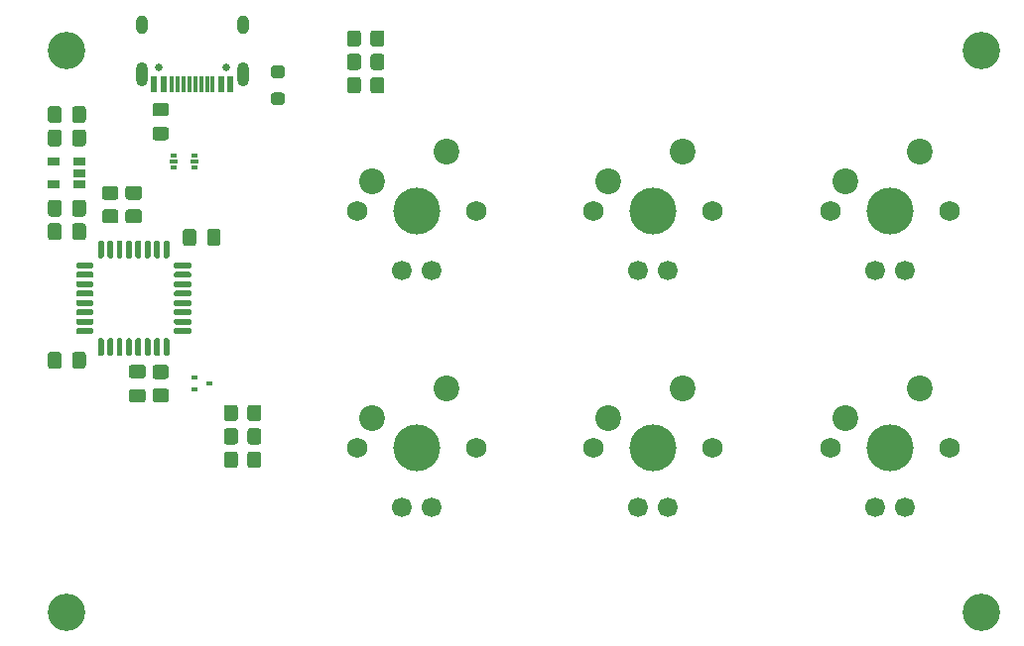
<source format=gbr>
%TF.GenerationSoftware,KiCad,Pcbnew,5.1.10*%
%TF.CreationDate,2021-10-11T19:57:22-04:00*%
%TF.ProjectId,6_key_macro,365f6b65-795f-46d6-9163-726f2e6b6963,rev?*%
%TF.SameCoordinates,Original*%
%TF.FileFunction,Soldermask,Top*%
%TF.FilePolarity,Negative*%
%FSLAX46Y46*%
G04 Gerber Fmt 4.6, Leading zero omitted, Abs format (unit mm)*
G04 Created by KiCad (PCBNEW 5.1.10) date 2021-10-11 19:57:22*
%MOMM*%
%LPD*%
G01*
G04 APERTURE LIST*
%ADD10C,1.690600*%
%ADD11C,2.200000*%
%ADD12C,1.750000*%
%ADD13C,4.000000*%
%ADD14R,1.060000X0.650000*%
%ADD15R,0.510000X0.400000*%
%ADD16C,3.200000*%
%ADD17R,0.500000X0.375000*%
%ADD18R,0.650000X0.300000*%
%ADD19R,0.600000X1.450000*%
%ADD20R,0.300000X1.450000*%
%ADD21O,1.000000X2.100000*%
%ADD22C,0.650000*%
%ADD23O,1.000000X1.600000*%
G04 APERTURE END LIST*
D10*
%TO.C,SW4*%
X110805000Y-157525000D03*
X108265000Y-157525000D03*
D11*
X112075000Y-147365000D03*
X105725000Y-149905000D03*
D12*
X114615000Y-152445000D03*
X104455000Y-152445000D03*
D13*
X109535000Y-152445000D03*
%TD*%
D14*
%TO.C,U3*%
X58400000Y-129950000D03*
X58400000Y-128050000D03*
X60600000Y-128050000D03*
X60600000Y-129000000D03*
X60600000Y-129950000D03*
%TD*%
%TO.C,R9*%
G36*
G01*
X74100000Y-153049999D02*
X74100000Y-153950001D01*
G75*
G02*
X73850001Y-154200000I-249999J0D01*
G01*
X73149999Y-154200000D01*
G75*
G02*
X72900000Y-153950001I0J249999D01*
G01*
X72900000Y-153049999D01*
G75*
G02*
X73149999Y-152800000I249999J0D01*
G01*
X73850001Y-152800000D01*
G75*
G02*
X74100000Y-153049999I0J-249999D01*
G01*
G37*
G36*
G01*
X76100000Y-153049999D02*
X76100000Y-153950001D01*
G75*
G02*
X75850001Y-154200000I-249999J0D01*
G01*
X75149999Y-154200000D01*
G75*
G02*
X74900000Y-153950001I0J249999D01*
G01*
X74900000Y-153049999D01*
G75*
G02*
X75149999Y-152800000I249999J0D01*
G01*
X75850001Y-152800000D01*
G75*
G02*
X76100000Y-153049999I0J-249999D01*
G01*
G37*
%TD*%
%TO.C,R8*%
G36*
G01*
X84600000Y-117049999D02*
X84600000Y-117950001D01*
G75*
G02*
X84350001Y-118200000I-249999J0D01*
G01*
X83649999Y-118200000D01*
G75*
G02*
X83400000Y-117950001I0J249999D01*
G01*
X83400000Y-117049999D01*
G75*
G02*
X83649999Y-116800000I249999J0D01*
G01*
X84350001Y-116800000D01*
G75*
G02*
X84600000Y-117049999I0J-249999D01*
G01*
G37*
G36*
G01*
X86600000Y-117049999D02*
X86600000Y-117950001D01*
G75*
G02*
X86350001Y-118200000I-249999J0D01*
G01*
X85649999Y-118200000D01*
G75*
G02*
X85400000Y-117950001I0J249999D01*
G01*
X85400000Y-117049999D01*
G75*
G02*
X85649999Y-116800000I249999J0D01*
G01*
X86350001Y-116800000D01*
G75*
G02*
X86600000Y-117049999I0J-249999D01*
G01*
G37*
%TD*%
%TO.C,R7*%
G36*
G01*
X84600000Y-119049999D02*
X84600000Y-119950001D01*
G75*
G02*
X84350001Y-120200000I-249999J0D01*
G01*
X83649999Y-120200000D01*
G75*
G02*
X83400000Y-119950001I0J249999D01*
G01*
X83400000Y-119049999D01*
G75*
G02*
X83649999Y-118800000I249999J0D01*
G01*
X84350001Y-118800000D01*
G75*
G02*
X84600000Y-119049999I0J-249999D01*
G01*
G37*
G36*
G01*
X86600000Y-119049999D02*
X86600000Y-119950001D01*
G75*
G02*
X86350001Y-120200000I-249999J0D01*
G01*
X85649999Y-120200000D01*
G75*
G02*
X85400000Y-119950001I0J249999D01*
G01*
X85400000Y-119049999D01*
G75*
G02*
X85649999Y-118800000I249999J0D01*
G01*
X86350001Y-118800000D01*
G75*
G02*
X86600000Y-119049999I0J-249999D01*
G01*
G37*
%TD*%
%TO.C,R6*%
G36*
G01*
X74100000Y-151049999D02*
X74100000Y-151950001D01*
G75*
G02*
X73850001Y-152200000I-249999J0D01*
G01*
X73149999Y-152200000D01*
G75*
G02*
X72900000Y-151950001I0J249999D01*
G01*
X72900000Y-151049999D01*
G75*
G02*
X73149999Y-150800000I249999J0D01*
G01*
X73850001Y-150800000D01*
G75*
G02*
X74100000Y-151049999I0J-249999D01*
G01*
G37*
G36*
G01*
X76100000Y-151049999D02*
X76100000Y-151950001D01*
G75*
G02*
X75850001Y-152200000I-249999J0D01*
G01*
X75149999Y-152200000D01*
G75*
G02*
X74900000Y-151950001I0J249999D01*
G01*
X74900000Y-151049999D01*
G75*
G02*
X75149999Y-150800000I249999J0D01*
G01*
X75850001Y-150800000D01*
G75*
G02*
X76100000Y-151049999I0J-249999D01*
G01*
G37*
%TD*%
%TO.C,R5*%
G36*
G01*
X84600000Y-121049999D02*
X84600000Y-121950001D01*
G75*
G02*
X84350001Y-122200000I-249999J0D01*
G01*
X83649999Y-122200000D01*
G75*
G02*
X83400000Y-121950001I0J249999D01*
G01*
X83400000Y-121049999D01*
G75*
G02*
X83649999Y-120800000I249999J0D01*
G01*
X84350001Y-120800000D01*
G75*
G02*
X84600000Y-121049999I0J-249999D01*
G01*
G37*
G36*
G01*
X86600000Y-121049999D02*
X86600000Y-121950001D01*
G75*
G02*
X86350001Y-122200000I-249999J0D01*
G01*
X85649999Y-122200000D01*
G75*
G02*
X85400000Y-121950001I0J249999D01*
G01*
X85400000Y-121049999D01*
G75*
G02*
X85649999Y-120800000I249999J0D01*
G01*
X86350001Y-120800000D01*
G75*
G02*
X86600000Y-121049999I0J-249999D01*
G01*
G37*
%TD*%
%TO.C,R4*%
G36*
G01*
X74100000Y-149049999D02*
X74100000Y-149950001D01*
G75*
G02*
X73850001Y-150200000I-249999J0D01*
G01*
X73149999Y-150200000D01*
G75*
G02*
X72900000Y-149950001I0J249999D01*
G01*
X72900000Y-149049999D01*
G75*
G02*
X73149999Y-148800000I249999J0D01*
G01*
X73850001Y-148800000D01*
G75*
G02*
X74100000Y-149049999I0J-249999D01*
G01*
G37*
G36*
G01*
X76100000Y-149049999D02*
X76100000Y-149950001D01*
G75*
G02*
X75850001Y-150200000I-249999J0D01*
G01*
X75149999Y-150200000D01*
G75*
G02*
X74900000Y-149950001I0J249999D01*
G01*
X74900000Y-149049999D01*
G75*
G02*
X75149999Y-148800000I249999J0D01*
G01*
X75850001Y-148800000D01*
G75*
G02*
X76100000Y-149049999I0J-249999D01*
G01*
G37*
%TD*%
%TO.C,R3*%
G36*
G01*
X67950001Y-146600000D02*
X67049999Y-146600000D01*
G75*
G02*
X66800000Y-146350001I0J249999D01*
G01*
X66800000Y-145649999D01*
G75*
G02*
X67049999Y-145400000I249999J0D01*
G01*
X67950001Y-145400000D01*
G75*
G02*
X68200000Y-145649999I0J-249999D01*
G01*
X68200000Y-146350001D01*
G75*
G02*
X67950001Y-146600000I-249999J0D01*
G01*
G37*
G36*
G01*
X67950001Y-148600000D02*
X67049999Y-148600000D01*
G75*
G02*
X66800000Y-148350001I0J249999D01*
G01*
X66800000Y-147649999D01*
G75*
G02*
X67049999Y-147400000I249999J0D01*
G01*
X67950001Y-147400000D01*
G75*
G02*
X68200000Y-147649999I0J-249999D01*
G01*
X68200000Y-148350001D01*
G75*
G02*
X67950001Y-148600000I-249999J0D01*
G01*
G37*
%TD*%
D15*
%TO.C,Q1*%
X70355000Y-147500000D03*
X71645000Y-147000000D03*
X70355000Y-146500000D03*
%TD*%
%TO.C,C7*%
G36*
G01*
X59950000Y-134475000D02*
X59950000Y-133525000D01*
G75*
G02*
X60200000Y-133275000I250000J0D01*
G01*
X60875000Y-133275000D01*
G75*
G02*
X61125000Y-133525000I0J-250000D01*
G01*
X61125000Y-134475000D01*
G75*
G02*
X60875000Y-134725000I-250000J0D01*
G01*
X60200000Y-134725000D01*
G75*
G02*
X59950000Y-134475000I0J250000D01*
G01*
G37*
G36*
G01*
X57875000Y-134475000D02*
X57875000Y-133525000D01*
G75*
G02*
X58125000Y-133275000I250000J0D01*
G01*
X58800000Y-133275000D01*
G75*
G02*
X59050000Y-133525000I0J-250000D01*
G01*
X59050000Y-134475000D01*
G75*
G02*
X58800000Y-134725000I-250000J0D01*
G01*
X58125000Y-134725000D01*
G75*
G02*
X57875000Y-134475000I0J250000D01*
G01*
G37*
%TD*%
%TO.C,C6*%
G36*
G01*
X59950000Y-132475000D02*
X59950000Y-131525000D01*
G75*
G02*
X60200000Y-131275000I250000J0D01*
G01*
X60875000Y-131275000D01*
G75*
G02*
X61125000Y-131525000I0J-250000D01*
G01*
X61125000Y-132475000D01*
G75*
G02*
X60875000Y-132725000I-250000J0D01*
G01*
X60200000Y-132725000D01*
G75*
G02*
X59950000Y-132475000I0J250000D01*
G01*
G37*
G36*
G01*
X57875000Y-132475000D02*
X57875000Y-131525000D01*
G75*
G02*
X58125000Y-131275000I250000J0D01*
G01*
X58800000Y-131275000D01*
G75*
G02*
X59050000Y-131525000I0J-250000D01*
G01*
X59050000Y-132475000D01*
G75*
G02*
X58800000Y-132725000I-250000J0D01*
G01*
X58125000Y-132725000D01*
G75*
G02*
X57875000Y-132475000I0J250000D01*
G01*
G37*
%TD*%
%TO.C,C5*%
G36*
G01*
X59050000Y-123525000D02*
X59050000Y-124475000D01*
G75*
G02*
X58800000Y-124725000I-250000J0D01*
G01*
X58125000Y-124725000D01*
G75*
G02*
X57875000Y-124475000I0J250000D01*
G01*
X57875000Y-123525000D01*
G75*
G02*
X58125000Y-123275000I250000J0D01*
G01*
X58800000Y-123275000D01*
G75*
G02*
X59050000Y-123525000I0J-250000D01*
G01*
G37*
G36*
G01*
X61125000Y-123525000D02*
X61125000Y-124475000D01*
G75*
G02*
X60875000Y-124725000I-250000J0D01*
G01*
X60200000Y-124725000D01*
G75*
G02*
X59950000Y-124475000I0J250000D01*
G01*
X59950000Y-123525000D01*
G75*
G02*
X60200000Y-123275000I250000J0D01*
G01*
X60875000Y-123275000D01*
G75*
G02*
X61125000Y-123525000I0J-250000D01*
G01*
G37*
%TD*%
%TO.C,C4*%
G36*
G01*
X59050000Y-125525000D02*
X59050000Y-126475000D01*
G75*
G02*
X58800000Y-126725000I-250000J0D01*
G01*
X58125000Y-126725000D01*
G75*
G02*
X57875000Y-126475000I0J250000D01*
G01*
X57875000Y-125525000D01*
G75*
G02*
X58125000Y-125275000I250000J0D01*
G01*
X58800000Y-125275000D01*
G75*
G02*
X59050000Y-125525000I0J-250000D01*
G01*
G37*
G36*
G01*
X61125000Y-125525000D02*
X61125000Y-126475000D01*
G75*
G02*
X60875000Y-126725000I-250000J0D01*
G01*
X60200000Y-126725000D01*
G75*
G02*
X59950000Y-126475000I0J250000D01*
G01*
X59950000Y-125525000D01*
G75*
G02*
X60200000Y-125275000I250000J0D01*
G01*
X60875000Y-125275000D01*
G75*
G02*
X61125000Y-125525000I0J-250000D01*
G01*
G37*
%TD*%
D10*
%TO.C,SW3*%
X110805000Y-137355000D03*
X108265000Y-137355000D03*
D11*
X112075000Y-127195000D03*
X105725000Y-129735000D03*
D12*
X114615000Y-132275000D03*
X104455000Y-132275000D03*
D13*
X109535000Y-132275000D03*
%TD*%
D10*
%TO.C,SW5*%
X130975000Y-137355000D03*
X128435000Y-137355000D03*
D11*
X132245000Y-127195000D03*
X125895000Y-129735000D03*
D12*
X134785000Y-132275000D03*
X124625000Y-132275000D03*
D13*
X129705000Y-132275000D03*
%TD*%
D10*
%TO.C,SW6*%
X130975000Y-157525000D03*
X128435000Y-157525000D03*
D11*
X132245000Y-147365000D03*
X125895000Y-149905000D03*
D12*
X134785000Y-152445000D03*
X124625000Y-152445000D03*
D13*
X129705000Y-152445000D03*
%TD*%
D10*
%TO.C,SW2*%
X90635000Y-157525000D03*
X88095000Y-157525000D03*
D11*
X91905000Y-147365000D03*
X85555000Y-149905000D03*
D12*
X94445000Y-152445000D03*
X84285000Y-152445000D03*
D13*
X89365000Y-152445000D03*
%TD*%
D10*
%TO.C,SW1*%
X90635000Y-137355000D03*
X88095000Y-137355000D03*
D11*
X91905000Y-127195000D03*
X85555000Y-129735000D03*
D12*
X94445000Y-132275000D03*
X84285000Y-132275000D03*
D13*
X89365000Y-132275000D03*
%TD*%
%TO.C,U1*%
G36*
G01*
X61650000Y-142750000D02*
X60400000Y-142750000D01*
G75*
G02*
X60275000Y-142625000I0J125000D01*
G01*
X60275000Y-142375000D01*
G75*
G02*
X60400000Y-142250000I125000J0D01*
G01*
X61650000Y-142250000D01*
G75*
G02*
X61775000Y-142375000I0J-125000D01*
G01*
X61775000Y-142625000D01*
G75*
G02*
X61650000Y-142750000I-125000J0D01*
G01*
G37*
G36*
G01*
X61650000Y-141950000D02*
X60400000Y-141950000D01*
G75*
G02*
X60275000Y-141825000I0J125000D01*
G01*
X60275000Y-141575000D01*
G75*
G02*
X60400000Y-141450000I125000J0D01*
G01*
X61650000Y-141450000D01*
G75*
G02*
X61775000Y-141575000I0J-125000D01*
G01*
X61775000Y-141825000D01*
G75*
G02*
X61650000Y-141950000I-125000J0D01*
G01*
G37*
G36*
G01*
X61650000Y-141150000D02*
X60400000Y-141150000D01*
G75*
G02*
X60275000Y-141025000I0J125000D01*
G01*
X60275000Y-140775000D01*
G75*
G02*
X60400000Y-140650000I125000J0D01*
G01*
X61650000Y-140650000D01*
G75*
G02*
X61775000Y-140775000I0J-125000D01*
G01*
X61775000Y-141025000D01*
G75*
G02*
X61650000Y-141150000I-125000J0D01*
G01*
G37*
G36*
G01*
X61650000Y-140350000D02*
X60400000Y-140350000D01*
G75*
G02*
X60275000Y-140225000I0J125000D01*
G01*
X60275000Y-139975000D01*
G75*
G02*
X60400000Y-139850000I125000J0D01*
G01*
X61650000Y-139850000D01*
G75*
G02*
X61775000Y-139975000I0J-125000D01*
G01*
X61775000Y-140225000D01*
G75*
G02*
X61650000Y-140350000I-125000J0D01*
G01*
G37*
G36*
G01*
X61650000Y-139550000D02*
X60400000Y-139550000D01*
G75*
G02*
X60275000Y-139425000I0J125000D01*
G01*
X60275000Y-139175000D01*
G75*
G02*
X60400000Y-139050000I125000J0D01*
G01*
X61650000Y-139050000D01*
G75*
G02*
X61775000Y-139175000I0J-125000D01*
G01*
X61775000Y-139425000D01*
G75*
G02*
X61650000Y-139550000I-125000J0D01*
G01*
G37*
G36*
G01*
X61650000Y-138750000D02*
X60400000Y-138750000D01*
G75*
G02*
X60275000Y-138625000I0J125000D01*
G01*
X60275000Y-138375000D01*
G75*
G02*
X60400000Y-138250000I125000J0D01*
G01*
X61650000Y-138250000D01*
G75*
G02*
X61775000Y-138375000I0J-125000D01*
G01*
X61775000Y-138625000D01*
G75*
G02*
X61650000Y-138750000I-125000J0D01*
G01*
G37*
G36*
G01*
X61650000Y-137950000D02*
X60400000Y-137950000D01*
G75*
G02*
X60275000Y-137825000I0J125000D01*
G01*
X60275000Y-137575000D01*
G75*
G02*
X60400000Y-137450000I125000J0D01*
G01*
X61650000Y-137450000D01*
G75*
G02*
X61775000Y-137575000I0J-125000D01*
G01*
X61775000Y-137825000D01*
G75*
G02*
X61650000Y-137950000I-125000J0D01*
G01*
G37*
G36*
G01*
X61650000Y-137150000D02*
X60400000Y-137150000D01*
G75*
G02*
X60275000Y-137025000I0J125000D01*
G01*
X60275000Y-136775000D01*
G75*
G02*
X60400000Y-136650000I125000J0D01*
G01*
X61650000Y-136650000D01*
G75*
G02*
X61775000Y-136775000I0J-125000D01*
G01*
X61775000Y-137025000D01*
G75*
G02*
X61650000Y-137150000I-125000J0D01*
G01*
G37*
G36*
G01*
X62525000Y-136275000D02*
X62275000Y-136275000D01*
G75*
G02*
X62150000Y-136150000I0J125000D01*
G01*
X62150000Y-134900000D01*
G75*
G02*
X62275000Y-134775000I125000J0D01*
G01*
X62525000Y-134775000D01*
G75*
G02*
X62650000Y-134900000I0J-125000D01*
G01*
X62650000Y-136150000D01*
G75*
G02*
X62525000Y-136275000I-125000J0D01*
G01*
G37*
G36*
G01*
X63325000Y-136275000D02*
X63075000Y-136275000D01*
G75*
G02*
X62950000Y-136150000I0J125000D01*
G01*
X62950000Y-134900000D01*
G75*
G02*
X63075000Y-134775000I125000J0D01*
G01*
X63325000Y-134775000D01*
G75*
G02*
X63450000Y-134900000I0J-125000D01*
G01*
X63450000Y-136150000D01*
G75*
G02*
X63325000Y-136275000I-125000J0D01*
G01*
G37*
G36*
G01*
X64125000Y-136275000D02*
X63875000Y-136275000D01*
G75*
G02*
X63750000Y-136150000I0J125000D01*
G01*
X63750000Y-134900000D01*
G75*
G02*
X63875000Y-134775000I125000J0D01*
G01*
X64125000Y-134775000D01*
G75*
G02*
X64250000Y-134900000I0J-125000D01*
G01*
X64250000Y-136150000D01*
G75*
G02*
X64125000Y-136275000I-125000J0D01*
G01*
G37*
G36*
G01*
X64925000Y-136275000D02*
X64675000Y-136275000D01*
G75*
G02*
X64550000Y-136150000I0J125000D01*
G01*
X64550000Y-134900000D01*
G75*
G02*
X64675000Y-134775000I125000J0D01*
G01*
X64925000Y-134775000D01*
G75*
G02*
X65050000Y-134900000I0J-125000D01*
G01*
X65050000Y-136150000D01*
G75*
G02*
X64925000Y-136275000I-125000J0D01*
G01*
G37*
G36*
G01*
X65725000Y-136275000D02*
X65475000Y-136275000D01*
G75*
G02*
X65350000Y-136150000I0J125000D01*
G01*
X65350000Y-134900000D01*
G75*
G02*
X65475000Y-134775000I125000J0D01*
G01*
X65725000Y-134775000D01*
G75*
G02*
X65850000Y-134900000I0J-125000D01*
G01*
X65850000Y-136150000D01*
G75*
G02*
X65725000Y-136275000I-125000J0D01*
G01*
G37*
G36*
G01*
X66525000Y-136275000D02*
X66275000Y-136275000D01*
G75*
G02*
X66150000Y-136150000I0J125000D01*
G01*
X66150000Y-134900000D01*
G75*
G02*
X66275000Y-134775000I125000J0D01*
G01*
X66525000Y-134775000D01*
G75*
G02*
X66650000Y-134900000I0J-125000D01*
G01*
X66650000Y-136150000D01*
G75*
G02*
X66525000Y-136275000I-125000J0D01*
G01*
G37*
G36*
G01*
X67325000Y-136275000D02*
X67075000Y-136275000D01*
G75*
G02*
X66950000Y-136150000I0J125000D01*
G01*
X66950000Y-134900000D01*
G75*
G02*
X67075000Y-134775000I125000J0D01*
G01*
X67325000Y-134775000D01*
G75*
G02*
X67450000Y-134900000I0J-125000D01*
G01*
X67450000Y-136150000D01*
G75*
G02*
X67325000Y-136275000I-125000J0D01*
G01*
G37*
G36*
G01*
X68125000Y-136275000D02*
X67875000Y-136275000D01*
G75*
G02*
X67750000Y-136150000I0J125000D01*
G01*
X67750000Y-134900000D01*
G75*
G02*
X67875000Y-134775000I125000J0D01*
G01*
X68125000Y-134775000D01*
G75*
G02*
X68250000Y-134900000I0J-125000D01*
G01*
X68250000Y-136150000D01*
G75*
G02*
X68125000Y-136275000I-125000J0D01*
G01*
G37*
G36*
G01*
X70000000Y-137150000D02*
X68750000Y-137150000D01*
G75*
G02*
X68625000Y-137025000I0J125000D01*
G01*
X68625000Y-136775000D01*
G75*
G02*
X68750000Y-136650000I125000J0D01*
G01*
X70000000Y-136650000D01*
G75*
G02*
X70125000Y-136775000I0J-125000D01*
G01*
X70125000Y-137025000D01*
G75*
G02*
X70000000Y-137150000I-125000J0D01*
G01*
G37*
G36*
G01*
X70000000Y-137950000D02*
X68750000Y-137950000D01*
G75*
G02*
X68625000Y-137825000I0J125000D01*
G01*
X68625000Y-137575000D01*
G75*
G02*
X68750000Y-137450000I125000J0D01*
G01*
X70000000Y-137450000D01*
G75*
G02*
X70125000Y-137575000I0J-125000D01*
G01*
X70125000Y-137825000D01*
G75*
G02*
X70000000Y-137950000I-125000J0D01*
G01*
G37*
G36*
G01*
X70000000Y-138750000D02*
X68750000Y-138750000D01*
G75*
G02*
X68625000Y-138625000I0J125000D01*
G01*
X68625000Y-138375000D01*
G75*
G02*
X68750000Y-138250000I125000J0D01*
G01*
X70000000Y-138250000D01*
G75*
G02*
X70125000Y-138375000I0J-125000D01*
G01*
X70125000Y-138625000D01*
G75*
G02*
X70000000Y-138750000I-125000J0D01*
G01*
G37*
G36*
G01*
X70000000Y-139550000D02*
X68750000Y-139550000D01*
G75*
G02*
X68625000Y-139425000I0J125000D01*
G01*
X68625000Y-139175000D01*
G75*
G02*
X68750000Y-139050000I125000J0D01*
G01*
X70000000Y-139050000D01*
G75*
G02*
X70125000Y-139175000I0J-125000D01*
G01*
X70125000Y-139425000D01*
G75*
G02*
X70000000Y-139550000I-125000J0D01*
G01*
G37*
G36*
G01*
X70000000Y-140350000D02*
X68750000Y-140350000D01*
G75*
G02*
X68625000Y-140225000I0J125000D01*
G01*
X68625000Y-139975000D01*
G75*
G02*
X68750000Y-139850000I125000J0D01*
G01*
X70000000Y-139850000D01*
G75*
G02*
X70125000Y-139975000I0J-125000D01*
G01*
X70125000Y-140225000D01*
G75*
G02*
X70000000Y-140350000I-125000J0D01*
G01*
G37*
G36*
G01*
X70000000Y-141150000D02*
X68750000Y-141150000D01*
G75*
G02*
X68625000Y-141025000I0J125000D01*
G01*
X68625000Y-140775000D01*
G75*
G02*
X68750000Y-140650000I125000J0D01*
G01*
X70000000Y-140650000D01*
G75*
G02*
X70125000Y-140775000I0J-125000D01*
G01*
X70125000Y-141025000D01*
G75*
G02*
X70000000Y-141150000I-125000J0D01*
G01*
G37*
G36*
G01*
X70000000Y-141950000D02*
X68750000Y-141950000D01*
G75*
G02*
X68625000Y-141825000I0J125000D01*
G01*
X68625000Y-141575000D01*
G75*
G02*
X68750000Y-141450000I125000J0D01*
G01*
X70000000Y-141450000D01*
G75*
G02*
X70125000Y-141575000I0J-125000D01*
G01*
X70125000Y-141825000D01*
G75*
G02*
X70000000Y-141950000I-125000J0D01*
G01*
G37*
G36*
G01*
X70000000Y-142750000D02*
X68750000Y-142750000D01*
G75*
G02*
X68625000Y-142625000I0J125000D01*
G01*
X68625000Y-142375000D01*
G75*
G02*
X68750000Y-142250000I125000J0D01*
G01*
X70000000Y-142250000D01*
G75*
G02*
X70125000Y-142375000I0J-125000D01*
G01*
X70125000Y-142625000D01*
G75*
G02*
X70000000Y-142750000I-125000J0D01*
G01*
G37*
G36*
G01*
X68125000Y-144625000D02*
X67875000Y-144625000D01*
G75*
G02*
X67750000Y-144500000I0J125000D01*
G01*
X67750000Y-143250000D01*
G75*
G02*
X67875000Y-143125000I125000J0D01*
G01*
X68125000Y-143125000D01*
G75*
G02*
X68250000Y-143250000I0J-125000D01*
G01*
X68250000Y-144500000D01*
G75*
G02*
X68125000Y-144625000I-125000J0D01*
G01*
G37*
G36*
G01*
X67325000Y-144625000D02*
X67075000Y-144625000D01*
G75*
G02*
X66950000Y-144500000I0J125000D01*
G01*
X66950000Y-143250000D01*
G75*
G02*
X67075000Y-143125000I125000J0D01*
G01*
X67325000Y-143125000D01*
G75*
G02*
X67450000Y-143250000I0J-125000D01*
G01*
X67450000Y-144500000D01*
G75*
G02*
X67325000Y-144625000I-125000J0D01*
G01*
G37*
G36*
G01*
X66525000Y-144625000D02*
X66275000Y-144625000D01*
G75*
G02*
X66150000Y-144500000I0J125000D01*
G01*
X66150000Y-143250000D01*
G75*
G02*
X66275000Y-143125000I125000J0D01*
G01*
X66525000Y-143125000D01*
G75*
G02*
X66650000Y-143250000I0J-125000D01*
G01*
X66650000Y-144500000D01*
G75*
G02*
X66525000Y-144625000I-125000J0D01*
G01*
G37*
G36*
G01*
X65725000Y-144625000D02*
X65475000Y-144625000D01*
G75*
G02*
X65350000Y-144500000I0J125000D01*
G01*
X65350000Y-143250000D01*
G75*
G02*
X65475000Y-143125000I125000J0D01*
G01*
X65725000Y-143125000D01*
G75*
G02*
X65850000Y-143250000I0J-125000D01*
G01*
X65850000Y-144500000D01*
G75*
G02*
X65725000Y-144625000I-125000J0D01*
G01*
G37*
G36*
G01*
X64925000Y-144625000D02*
X64675000Y-144625000D01*
G75*
G02*
X64550000Y-144500000I0J125000D01*
G01*
X64550000Y-143250000D01*
G75*
G02*
X64675000Y-143125000I125000J0D01*
G01*
X64925000Y-143125000D01*
G75*
G02*
X65050000Y-143250000I0J-125000D01*
G01*
X65050000Y-144500000D01*
G75*
G02*
X64925000Y-144625000I-125000J0D01*
G01*
G37*
G36*
G01*
X64125000Y-144625000D02*
X63875000Y-144625000D01*
G75*
G02*
X63750000Y-144500000I0J125000D01*
G01*
X63750000Y-143250000D01*
G75*
G02*
X63875000Y-143125000I125000J0D01*
G01*
X64125000Y-143125000D01*
G75*
G02*
X64250000Y-143250000I0J-125000D01*
G01*
X64250000Y-144500000D01*
G75*
G02*
X64125000Y-144625000I-125000J0D01*
G01*
G37*
G36*
G01*
X63325000Y-144625000D02*
X63075000Y-144625000D01*
G75*
G02*
X62950000Y-144500000I0J125000D01*
G01*
X62950000Y-143250000D01*
G75*
G02*
X63075000Y-143125000I125000J0D01*
G01*
X63325000Y-143125000D01*
G75*
G02*
X63450000Y-143250000I0J-125000D01*
G01*
X63450000Y-144500000D01*
G75*
G02*
X63325000Y-144625000I-125000J0D01*
G01*
G37*
G36*
G01*
X62525000Y-144625000D02*
X62275000Y-144625000D01*
G75*
G02*
X62150000Y-144500000I0J125000D01*
G01*
X62150000Y-143250000D01*
G75*
G02*
X62275000Y-143125000I125000J0D01*
G01*
X62525000Y-143125000D01*
G75*
G02*
X62650000Y-143250000I0J-125000D01*
G01*
X62650000Y-144500000D01*
G75*
G02*
X62525000Y-144625000I-125000J0D01*
G01*
G37*
%TD*%
%TO.C,R1*%
G36*
G01*
X64749999Y-132100000D02*
X65650001Y-132100000D01*
G75*
G02*
X65900000Y-132349999I0J-249999D01*
G01*
X65900000Y-133050001D01*
G75*
G02*
X65650001Y-133300000I-249999J0D01*
G01*
X64749999Y-133300000D01*
G75*
G02*
X64500000Y-133050001I0J249999D01*
G01*
X64500000Y-132349999D01*
G75*
G02*
X64749999Y-132100000I249999J0D01*
G01*
G37*
G36*
G01*
X64749999Y-130100000D02*
X65650001Y-130100000D01*
G75*
G02*
X65900000Y-130349999I0J-249999D01*
G01*
X65900000Y-131050001D01*
G75*
G02*
X65650001Y-131300000I-249999J0D01*
G01*
X64749999Y-131300000D01*
G75*
G02*
X64500000Y-131050001I0J249999D01*
G01*
X64500000Y-130349999D01*
G75*
G02*
X64749999Y-130100000I249999J0D01*
G01*
G37*
%TD*%
%TO.C,R2*%
G36*
G01*
X62749999Y-132100000D02*
X63650001Y-132100000D01*
G75*
G02*
X63900000Y-132349999I0J-249999D01*
G01*
X63900000Y-133050001D01*
G75*
G02*
X63650001Y-133300000I-249999J0D01*
G01*
X62749999Y-133300000D01*
G75*
G02*
X62500000Y-133050001I0J249999D01*
G01*
X62500000Y-132349999D01*
G75*
G02*
X62749999Y-132100000I249999J0D01*
G01*
G37*
G36*
G01*
X62749999Y-130100000D02*
X63650001Y-130100000D01*
G75*
G02*
X63900000Y-130349999I0J-249999D01*
G01*
X63900000Y-131050001D01*
G75*
G02*
X63650001Y-131300000I-249999J0D01*
G01*
X62749999Y-131300000D01*
G75*
G02*
X62500000Y-131050001I0J249999D01*
G01*
X62500000Y-130349999D01*
G75*
G02*
X62749999Y-130100000I249999J0D01*
G01*
G37*
%TD*%
%TO.C,C3*%
G36*
G01*
X65025000Y-147450000D02*
X65975000Y-147450000D01*
G75*
G02*
X66225000Y-147700000I0J-250000D01*
G01*
X66225000Y-148375000D01*
G75*
G02*
X65975000Y-148625000I-250000J0D01*
G01*
X65025000Y-148625000D01*
G75*
G02*
X64775000Y-148375000I0J250000D01*
G01*
X64775000Y-147700000D01*
G75*
G02*
X65025000Y-147450000I250000J0D01*
G01*
G37*
G36*
G01*
X65025000Y-145375000D02*
X65975000Y-145375000D01*
G75*
G02*
X66225000Y-145625000I0J-250000D01*
G01*
X66225000Y-146300000D01*
G75*
G02*
X65975000Y-146550000I-250000J0D01*
G01*
X65025000Y-146550000D01*
G75*
G02*
X64775000Y-146300000I0J250000D01*
G01*
X64775000Y-145625000D01*
G75*
G02*
X65025000Y-145375000I250000J0D01*
G01*
G37*
%TD*%
%TO.C,C2*%
G36*
G01*
X59050000Y-144525000D02*
X59050000Y-145475000D01*
G75*
G02*
X58800000Y-145725000I-250000J0D01*
G01*
X58125000Y-145725000D01*
G75*
G02*
X57875000Y-145475000I0J250000D01*
G01*
X57875000Y-144525000D01*
G75*
G02*
X58125000Y-144275000I250000J0D01*
G01*
X58800000Y-144275000D01*
G75*
G02*
X59050000Y-144525000I0J-250000D01*
G01*
G37*
G36*
G01*
X61125000Y-144525000D02*
X61125000Y-145475000D01*
G75*
G02*
X60875000Y-145725000I-250000J0D01*
G01*
X60200000Y-145725000D01*
G75*
G02*
X59950000Y-145475000I0J250000D01*
G01*
X59950000Y-144525000D01*
G75*
G02*
X60200000Y-144275000I250000J0D01*
G01*
X60875000Y-144275000D01*
G75*
G02*
X61125000Y-144525000I0J-250000D01*
G01*
G37*
%TD*%
%TO.C,C1*%
G36*
G01*
X71450000Y-134975000D02*
X71450000Y-134025000D01*
G75*
G02*
X71700000Y-133775000I250000J0D01*
G01*
X72375000Y-133775000D01*
G75*
G02*
X72625000Y-134025000I0J-250000D01*
G01*
X72625000Y-134975000D01*
G75*
G02*
X72375000Y-135225000I-250000J0D01*
G01*
X71700000Y-135225000D01*
G75*
G02*
X71450000Y-134975000I0J250000D01*
G01*
G37*
G36*
G01*
X69375000Y-134975000D02*
X69375000Y-134025000D01*
G75*
G02*
X69625000Y-133775000I250000J0D01*
G01*
X70300000Y-133775000D01*
G75*
G02*
X70550000Y-134025000I0J-250000D01*
G01*
X70550000Y-134975000D01*
G75*
G02*
X70300000Y-135225000I-250000J0D01*
G01*
X69625000Y-135225000D01*
G75*
G02*
X69375000Y-134975000I0J250000D01*
G01*
G37*
%TD*%
D16*
%TO.C,H4*%
X59500000Y-118500000D03*
%TD*%
%TO.C,H3*%
X137500000Y-166500000D03*
%TD*%
%TO.C,H2*%
X59500000Y-166500000D03*
%TD*%
%TO.C,H1*%
X137500000Y-118500000D03*
%TD*%
D17*
%TO.C,U2*%
X68650000Y-128537500D03*
X68650000Y-127462500D03*
D18*
X70425000Y-128000000D03*
X68575000Y-128000000D03*
D17*
X70350000Y-127462500D03*
X70350000Y-128537500D03*
%TD*%
%TO.C,FB1*%
G36*
G01*
X77850001Y-120875000D02*
X77149999Y-120875000D01*
G75*
G02*
X76900000Y-120625001I0J249999D01*
G01*
X76900000Y-120074999D01*
G75*
G02*
X77149999Y-119825000I249999J0D01*
G01*
X77850001Y-119825000D01*
G75*
G02*
X78100000Y-120074999I0J-249999D01*
G01*
X78100000Y-120625001D01*
G75*
G02*
X77850001Y-120875000I-249999J0D01*
G01*
G37*
G36*
G01*
X77850001Y-123175000D02*
X77149999Y-123175000D01*
G75*
G02*
X76900000Y-122925001I0J249999D01*
G01*
X76900000Y-122374999D01*
G75*
G02*
X77149999Y-122125000I249999J0D01*
G01*
X77850001Y-122125000D01*
G75*
G02*
X78100000Y-122374999I0J-249999D01*
G01*
X78100000Y-122925001D01*
G75*
G02*
X77850001Y-123175000I-249999J0D01*
G01*
G37*
%TD*%
%TO.C,F1*%
G36*
G01*
X67950001Y-124150000D02*
X67049999Y-124150000D01*
G75*
G02*
X66800000Y-123900001I0J249999D01*
G01*
X66800000Y-123249999D01*
G75*
G02*
X67049999Y-123000000I249999J0D01*
G01*
X67950001Y-123000000D01*
G75*
G02*
X68200000Y-123249999I0J-249999D01*
G01*
X68200000Y-123900001D01*
G75*
G02*
X67950001Y-124150000I-249999J0D01*
G01*
G37*
G36*
G01*
X67950001Y-126200000D02*
X67049999Y-126200000D01*
G75*
G02*
X66800000Y-125950001I0J249999D01*
G01*
X66800000Y-125299999D01*
G75*
G02*
X67049999Y-125050000I249999J0D01*
G01*
X67950001Y-125050000D01*
G75*
G02*
X68200000Y-125299999I0J-249999D01*
G01*
X68200000Y-125950001D01*
G75*
G02*
X67950001Y-126200000I-249999J0D01*
G01*
G37*
%TD*%
D19*
%TO.C,P1*%
X66950000Y-121445000D03*
X67750000Y-121445000D03*
X72650000Y-121445000D03*
X73450000Y-121445000D03*
X73450000Y-121445000D03*
X72650000Y-121445000D03*
X67750000Y-121445000D03*
X66950000Y-121445000D03*
D20*
X71950000Y-121445000D03*
X71450000Y-121445000D03*
X70950000Y-121445000D03*
X69950000Y-121445000D03*
X69450000Y-121445000D03*
X68950000Y-121445000D03*
X68450000Y-121445000D03*
X70450000Y-121445000D03*
D21*
X65880000Y-120530000D03*
X74520000Y-120530000D03*
D22*
X73090000Y-120000000D03*
D23*
X74520000Y-116350000D03*
D22*
X67310000Y-120000000D03*
D23*
X65880000Y-116350000D03*
%TD*%
M02*

</source>
